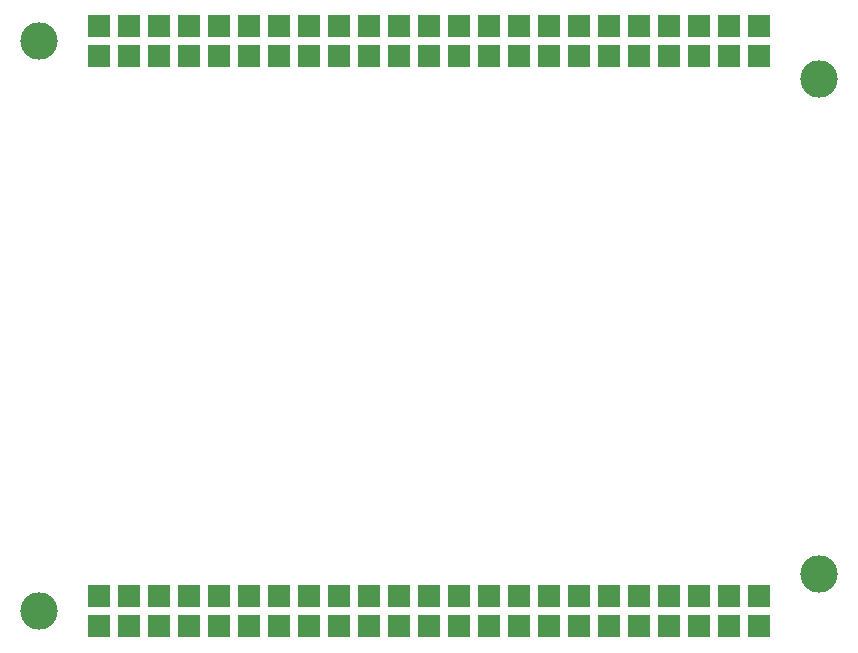
<source format=gbr>
G04 DipTrace 2.4.0.2*
%INBottomMask.gbr*%
%MOIN*%
%ADD15C,0.125*%
%ADD18R,0.073X0.073*%
%FSLAX44Y44*%
G04*
G70*
G90*
G75*
G01*
%LNBotMask*%
%LPD*%
D18*
X28690Y16425D3*
X29690D3*
X30690D3*
X31690D3*
X32690D3*
X33690D3*
X34690D3*
X35690D3*
X36690D3*
X37690D3*
X38690D3*
X39690D3*
X40690D3*
X41690D3*
X42690D3*
X43690D3*
X44690D3*
X45690D3*
X46690D3*
X47690D3*
X48690D3*
X49690D3*
X50690D3*
Y15425D3*
X49690D3*
X48690D3*
X47690D3*
X46690D3*
X45690D3*
X44690D3*
X43690D3*
X42690D3*
X41690D3*
X40690D3*
X39690D3*
X38690D3*
X37690D3*
X36690D3*
X35690D3*
X34690D3*
X33690D3*
X32690D3*
X31690D3*
X30690D3*
X29690D3*
X28690D3*
Y35425D3*
X29690D3*
X30690D3*
X31690D3*
X32690D3*
X33690D3*
X34690D3*
X35690D3*
X36690D3*
X37690D3*
X38690D3*
X39690D3*
X40690D3*
X41690D3*
X42690D3*
X43690D3*
X44690D3*
X45690D3*
X46690D3*
X47690D3*
X48690D3*
X49690D3*
X50690D3*
Y34425D3*
X49690D3*
X48690D3*
X47690D3*
X46690D3*
X45690D3*
X44690D3*
X43690D3*
X42690D3*
X41690D3*
X40690D3*
X39690D3*
X38690D3*
X37690D3*
X36690D3*
X35690D3*
X34690D3*
X33690D3*
X32690D3*
X31690D3*
X30690D3*
X29690D3*
X28690D3*
D15*
X52690Y33675D3*
Y17175D3*
X26690Y34925D3*
Y15925D3*
M02*

</source>
